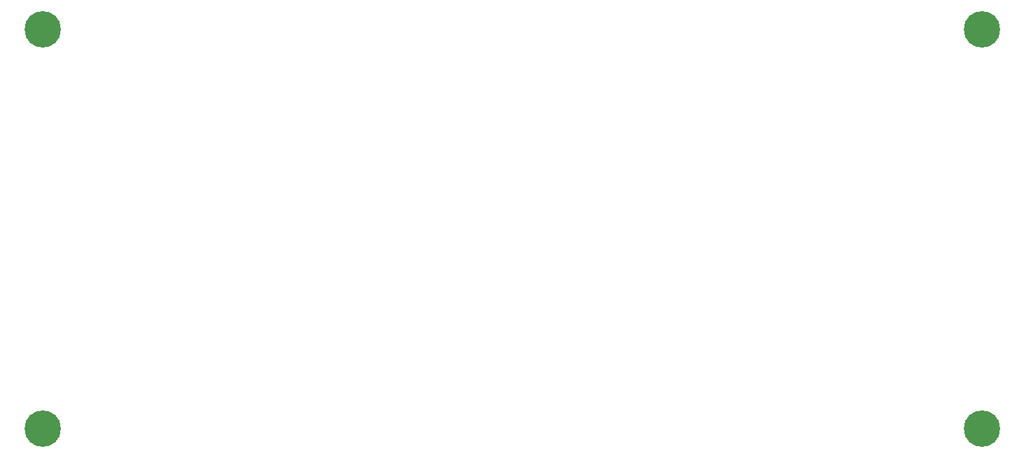
<source format=gtl>
G04 #@! TF.GenerationSoftware,KiCad,Pcbnew,(5.1.10-1-10_14)*
G04 #@! TF.CreationDate,2021-08-02T22:04:10+08:00*
G04 #@! TF.ProjectId,SMP top plate v.2 ,534d5020-746f-4702-9070-6c6174652076,rev?*
G04 #@! TF.SameCoordinates,Original*
G04 #@! TF.FileFunction,Copper,L1,Top*
G04 #@! TF.FilePolarity,Positive*
%FSLAX46Y46*%
G04 Gerber Fmt 4.6, Leading zero omitted, Abs format (unit mm)*
G04 Created by KiCad (PCBNEW (5.1.10-1-10_14)) date 2021-08-02 22:04:10*
%MOMM*%
%LPD*%
G01*
G04 APERTURE LIST*
G04 #@! TA.AperFunction,ComponentPad*
%ADD10C,4.400000*%
G04 #@! TD*
G04 APERTURE END LIST*
D10*
X189052200Y-124764800D03*
X75539600Y-124764800D03*
X189052200Y-76352400D03*
X75539600Y-76352400D03*
M02*

</source>
